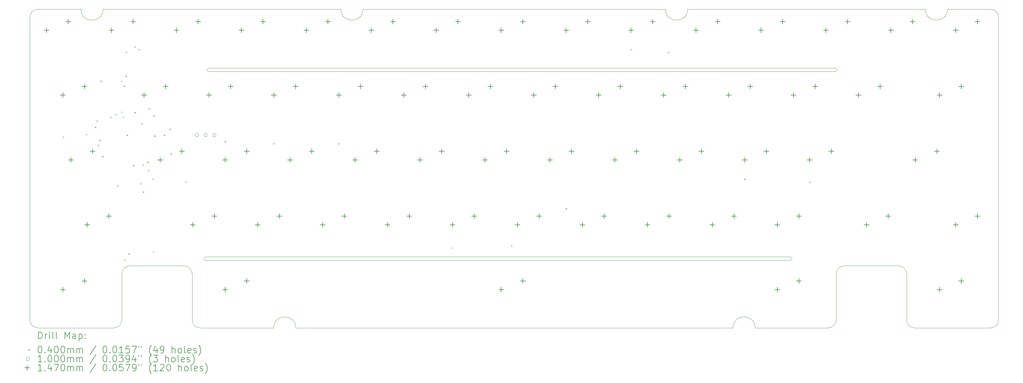
<source format=gbr>
%FSLAX45Y45*%
G04 Gerber Fmt 4.5, Leading zero omitted, Abs format (unit mm)*
G04 Created by KiCad (PCBNEW (6.0.1)) date 2022-02-20 01:23:16*
%MOMM*%
%LPD*%
G01*
G04 APERTURE LIST*
%TA.AperFunction,Profile*%
%ADD10C,0.100000*%
%TD*%
%ADD11C,0.200000*%
%ADD12C,0.040000*%
%ADD13C,0.100000*%
%ADD14C,0.147000*%
G04 APERTURE END LIST*
D10*
X9530254Y-17712000D02*
G75*
G03*
X9292129Y-17950125I0J-238125D01*
G01*
X28900000Y-17550000D02*
X11750000Y-17550000D01*
X33510000Y-10171375D02*
X33765000Y-10171375D01*
X25240000Y-10171375D02*
X25170000Y-10171375D01*
X30247129Y-19299500D02*
X30247129Y-17950125D01*
X27870000Y-19537625D02*
G75*
G03*
X27220000Y-19537625I-325000J0D01*
G01*
X13745000Y-19537625D02*
X13405000Y-19537625D01*
X16590000Y-10171375D02*
X25170000Y-10171375D01*
X9054004Y-19537625D02*
X8974629Y-19537625D01*
X11850000Y-12005000D02*
X30226000Y-12005000D01*
X7895000Y-10171375D02*
X8095000Y-10171375D01*
X11355879Y-17950125D02*
X11355879Y-19299500D01*
X6831504Y-10171375D02*
G75*
G03*
X6593379Y-10409500I0J-238125D01*
G01*
X32310879Y-19299500D02*
G75*
G03*
X32549004Y-19537625I238125J0D01*
G01*
X31225000Y-10171375D02*
X31805000Y-10171375D01*
X9292129Y-19299500D02*
X9292129Y-17950125D01*
X33765000Y-10171375D02*
X34771504Y-10171375D01*
X26035000Y-10171375D02*
X31225000Y-10171375D01*
X28200000Y-19537625D02*
X28205000Y-19537625D01*
X28321000Y-19537625D02*
X30009004Y-19537625D01*
X26035000Y-10171375D02*
X25890000Y-10171375D01*
X6593379Y-19299500D02*
X6593379Y-10409500D01*
X6593379Y-19299500D02*
G75*
G03*
X6831504Y-19537625I238125J0D01*
G01*
X14395000Y-19537625D02*
X27220000Y-19537625D01*
X9530254Y-17712000D02*
X11117754Y-17712000D01*
X34771504Y-19537625D02*
G75*
G03*
X35009629Y-19299500I0J238125D01*
G01*
X13335000Y-19537625D02*
X11594004Y-19537625D01*
X31805000Y-10171375D02*
X32525000Y-10171375D01*
X27870000Y-19537625D02*
X28200000Y-19537625D01*
X14395000Y-19537625D02*
G75*
G03*
X13745000Y-19537625I-325000J0D01*
G01*
X30226000Y-12005000D02*
G75*
G03*
X30226000Y-11905000I0J50000D01*
G01*
X32310879Y-17950125D02*
X32310879Y-19299500D01*
X30009004Y-19537625D02*
G75*
G03*
X30247129Y-19299500I0J238125D01*
G01*
X11750000Y-17450000D02*
G75*
G03*
X11750000Y-17550000I0J-50000D01*
G01*
X32525000Y-10171375D02*
X32860000Y-10171375D01*
X35009629Y-10409500D02*
X35009629Y-19299500D01*
X15715000Y-10171375D02*
G75*
G03*
X16365000Y-10171375I325000J0D01*
G01*
X28900000Y-17550000D02*
G75*
G03*
X28900000Y-17450000I0J50000D01*
G01*
X13405000Y-19537625D02*
X13335000Y-19537625D01*
X8095000Y-10171375D02*
G75*
G03*
X8745000Y-10171375I325000J0D01*
G01*
X32860000Y-10171375D02*
G75*
G03*
X33510000Y-10171375I325000J0D01*
G01*
X9054004Y-19537625D02*
G75*
G03*
X9292129Y-19299500I0J238125D01*
G01*
X8974629Y-19537625D02*
X6831504Y-19537625D01*
X35009629Y-10409500D02*
G75*
G03*
X34771504Y-10171375I-238125J0D01*
G01*
X28205000Y-19537625D02*
X28321000Y-19537625D01*
X7895000Y-10171375D02*
X6831504Y-10171375D01*
X30485254Y-17712000D02*
G75*
G03*
X30247129Y-17950125I0J-238125D01*
G01*
X30226000Y-11905000D02*
X11850000Y-11905000D01*
X32549004Y-19537625D02*
X34771504Y-19537625D01*
X8905000Y-10171375D02*
X15660000Y-10171375D01*
X16590000Y-10171375D02*
X16365000Y-10171375D01*
X11355879Y-17950125D02*
G75*
G03*
X11117754Y-17712000I-238125J0D01*
G01*
X11355879Y-19299500D02*
G75*
G03*
X11594004Y-19537625I238125J0D01*
G01*
X8745000Y-10171375D02*
X8905000Y-10171375D01*
X11750000Y-17450000D02*
X28900000Y-17450000D01*
X32072754Y-17712000D02*
X30485254Y-17712000D01*
X15715000Y-10171375D02*
X15660000Y-10171375D01*
X11850000Y-11905000D02*
G75*
G03*
X11850000Y-12005000I0J-50000D01*
G01*
X25240000Y-10171375D02*
G75*
G03*
X25890000Y-10171375I325000J0D01*
G01*
X32310879Y-17950125D02*
G75*
G03*
X32072754Y-17712000I-238125J0D01*
G01*
D11*
D12*
X7555254Y-13907500D02*
X7595254Y-13947500D01*
X7595254Y-13907500D02*
X7555254Y-13947500D01*
X8238254Y-13835050D02*
X8278254Y-13875050D01*
X8278254Y-13835050D02*
X8238254Y-13875050D01*
X8495754Y-13624500D02*
X8535754Y-13664500D01*
X8535754Y-13624500D02*
X8495754Y-13664500D01*
X8548254Y-13434500D02*
X8588254Y-13474500D01*
X8588254Y-13434500D02*
X8548254Y-13474500D01*
X8585754Y-14152000D02*
X8625754Y-14192000D01*
X8625754Y-14152000D02*
X8585754Y-14192000D01*
X8630754Y-14007099D02*
X8670754Y-14047099D01*
X8670754Y-14007099D02*
X8630754Y-14047099D01*
X8663254Y-12274500D02*
X8703254Y-12314500D01*
X8703254Y-12274500D02*
X8663254Y-12314500D01*
X8713254Y-14484500D02*
X8753254Y-14524500D01*
X8753254Y-14484500D02*
X8713254Y-14524500D01*
X8948254Y-13322000D02*
X8988254Y-13362000D01*
X8988254Y-13322000D02*
X8948254Y-13362000D01*
X9093254Y-13249500D02*
X9133254Y-13289500D01*
X9133254Y-13249500D02*
X9093254Y-13289500D01*
X9140754Y-15342000D02*
X9180754Y-15382000D01*
X9180754Y-15342000D02*
X9140754Y-15382000D01*
X9272129Y-12269625D02*
X9312129Y-12309625D01*
X9312129Y-12269625D02*
X9272129Y-12309625D01*
X9272129Y-13177050D02*
X9312129Y-13217050D01*
X9312129Y-13177050D02*
X9272129Y-13217050D01*
X9315296Y-13328542D02*
X9355296Y-13368542D01*
X9355296Y-13328542D02*
X9315296Y-13368542D01*
X9344579Y-12415730D02*
X9384579Y-12455730D01*
X9384579Y-12415730D02*
X9344579Y-12455730D01*
X9358254Y-17522000D02*
X9398254Y-17562000D01*
X9398254Y-17522000D02*
X9358254Y-17562000D01*
X9399254Y-12120500D02*
X9439254Y-12160500D01*
X9439254Y-12120500D02*
X9399254Y-12160500D01*
X9403254Y-11418500D02*
X9443254Y-11458500D01*
X9443254Y-11418500D02*
X9403254Y-11458500D01*
X9428879Y-13855125D02*
X9468879Y-13895125D01*
X9468879Y-13855125D02*
X9428879Y-13895125D01*
X9483254Y-17337500D02*
X9523254Y-17377500D01*
X9523254Y-17337500D02*
X9483254Y-17377500D01*
X9614065Y-14743546D02*
X9654065Y-14783546D01*
X9654065Y-14743546D02*
X9614065Y-14783546D01*
X9656412Y-11261342D02*
X9696412Y-11301342D01*
X9696412Y-11261342D02*
X9656412Y-11301342D01*
X9658254Y-13194500D02*
X9698254Y-13234500D01*
X9698254Y-13194500D02*
X9658254Y-13234500D01*
X9775254Y-11333792D02*
X9815254Y-11373792D01*
X9815254Y-11333792D02*
X9775254Y-11373792D01*
X9825813Y-15277990D02*
X9865813Y-15317990D01*
X9865813Y-15277990D02*
X9825813Y-15317990D01*
X9863254Y-13509500D02*
X9903254Y-13549500D01*
X9903254Y-13509500D02*
X9863254Y-13549500D01*
X9905129Y-14728250D02*
X9945129Y-14768250D01*
X9945129Y-14728250D02*
X9905129Y-14768250D01*
X9905129Y-15522000D02*
X9945129Y-15562000D01*
X9945129Y-15522000D02*
X9905129Y-15562000D01*
X10033254Y-14644500D02*
X10073254Y-14684500D01*
X10073254Y-14644500D02*
X10033254Y-14684500D01*
X10054254Y-14892500D02*
X10094254Y-14932500D01*
X10094254Y-14892500D02*
X10054254Y-14932500D01*
X10073254Y-13074500D02*
X10113254Y-13114500D01*
X10113254Y-13074500D02*
X10073254Y-13114500D01*
X10180254Y-15143792D02*
X10220254Y-15183792D01*
X10220254Y-15143792D02*
X10180254Y-15183792D01*
X10203254Y-17292500D02*
X10243254Y-17332500D01*
X10243254Y-17292500D02*
X10203254Y-17332500D01*
X10213254Y-13289500D02*
X10253254Y-13329500D01*
X10253254Y-13289500D02*
X10213254Y-13329500D01*
X10234641Y-13879450D02*
X10274641Y-13919450D01*
X10274641Y-13879450D02*
X10234641Y-13919450D01*
X10523254Y-13854500D02*
X10563254Y-13894500D01*
X10563254Y-13854500D02*
X10523254Y-13894500D01*
X10687052Y-13679450D02*
X10727052Y-13719450D01*
X10727052Y-13679450D02*
X10687052Y-13719450D01*
X10719254Y-14400500D02*
X10759254Y-14440500D01*
X10759254Y-14400500D02*
X10719254Y-14440500D01*
X11157254Y-15229500D02*
X11197254Y-15269500D01*
X11197254Y-15229500D02*
X11157254Y-15269500D01*
X12304254Y-14043500D02*
X12344254Y-14083500D01*
X12344254Y-14043500D02*
X12304254Y-14083500D01*
X13733004Y-14104250D02*
X13773004Y-14144250D01*
X13773004Y-14104250D02*
X13733004Y-14144250D01*
X15638004Y-14104250D02*
X15678004Y-14144250D01*
X15678004Y-14104250D02*
X15638004Y-14144250D01*
X18967254Y-17163500D02*
X19007254Y-17203500D01*
X19007254Y-17163500D02*
X18967254Y-17203500D01*
X20707500Y-17107500D02*
X20747500Y-17147500D01*
X20747500Y-17107500D02*
X20707500Y-17147500D01*
X22308504Y-16012250D02*
X22348504Y-16052250D01*
X22348504Y-16012250D02*
X22308504Y-16052250D01*
X24210504Y-11333792D02*
X24250504Y-11373792D01*
X24250504Y-11333792D02*
X24210504Y-11373792D01*
X25306830Y-11420075D02*
X25346830Y-11460075D01*
X25346830Y-11420075D02*
X25306830Y-11460075D01*
X27544254Y-15143792D02*
X27584254Y-15183792D01*
X27584254Y-15143792D02*
X27544254Y-15183792D01*
X29451254Y-15235500D02*
X29491254Y-15275500D01*
X29491254Y-15235500D02*
X29451254Y-15275500D01*
D13*
X11548254Y-13875125D02*
G75*
G03*
X11548254Y-13875125I-50000J0D01*
G01*
X11802254Y-13875125D02*
G75*
G03*
X11802254Y-13875125I-50000J0D01*
G01*
X12056254Y-13875125D02*
G75*
G03*
X12056254Y-13875125I-50000J0D01*
G01*
D14*
X7085504Y-10717000D02*
X7085504Y-10864000D01*
X7012004Y-10790500D02*
X7159004Y-10790500D01*
X7561754Y-12622000D02*
X7561754Y-12769000D01*
X7488254Y-12695500D02*
X7635254Y-12695500D01*
X7561754Y-18337000D02*
X7561754Y-18484000D01*
X7488254Y-18410500D02*
X7635254Y-18410500D01*
X7720504Y-10463000D02*
X7720504Y-10610000D01*
X7647004Y-10536500D02*
X7794004Y-10536500D01*
X7799879Y-14527000D02*
X7799879Y-14674000D01*
X7726379Y-14600500D02*
X7873379Y-14600500D01*
X8196754Y-12368000D02*
X8196754Y-12515000D01*
X8123254Y-12441500D02*
X8270254Y-12441500D01*
X8196754Y-18083000D02*
X8196754Y-18230000D01*
X8123254Y-18156500D02*
X8270254Y-18156500D01*
X8276129Y-16432000D02*
X8276129Y-16579000D01*
X8202629Y-16505500D02*
X8349629Y-16505500D01*
X8434879Y-14273000D02*
X8434879Y-14420000D01*
X8361379Y-14346500D02*
X8508379Y-14346500D01*
X8911129Y-16178000D02*
X8911129Y-16325000D01*
X8837629Y-16251500D02*
X8984629Y-16251500D01*
X8990504Y-10717000D02*
X8990504Y-10864000D01*
X8917004Y-10790500D02*
X9064004Y-10790500D01*
X9625504Y-10463000D02*
X9625504Y-10610000D01*
X9552004Y-10536500D02*
X9699004Y-10536500D01*
X9943004Y-12622000D02*
X9943004Y-12769000D01*
X9869504Y-12695500D02*
X10016504Y-12695500D01*
X10419254Y-14527000D02*
X10419254Y-14674000D01*
X10345754Y-14600500D02*
X10492754Y-14600500D01*
X10578004Y-12368000D02*
X10578004Y-12515000D01*
X10504504Y-12441500D02*
X10651504Y-12441500D01*
X10895504Y-10717000D02*
X10895504Y-10864000D01*
X10822004Y-10790500D02*
X10969004Y-10790500D01*
X11054254Y-14273000D02*
X11054254Y-14420000D01*
X10980754Y-14346500D02*
X11127754Y-14346500D01*
X11371754Y-16432000D02*
X11371754Y-16579000D01*
X11298254Y-16505500D02*
X11445254Y-16505500D01*
X11530504Y-10463000D02*
X11530504Y-10610000D01*
X11457004Y-10536500D02*
X11604004Y-10536500D01*
X11848004Y-12622000D02*
X11848004Y-12769000D01*
X11774504Y-12695500D02*
X11921504Y-12695500D01*
X12006754Y-16178000D02*
X12006754Y-16325000D01*
X11933254Y-16251500D02*
X12080254Y-16251500D01*
X12324254Y-14527000D02*
X12324254Y-14674000D01*
X12250754Y-14600500D02*
X12397754Y-14600500D01*
X12324254Y-18337000D02*
X12324254Y-18484000D01*
X12250754Y-18410500D02*
X12397754Y-18410500D01*
X12483004Y-12368000D02*
X12483004Y-12515000D01*
X12409504Y-12441500D02*
X12556504Y-12441500D01*
X12800504Y-10717000D02*
X12800504Y-10864000D01*
X12727004Y-10790500D02*
X12874004Y-10790500D01*
X12959254Y-14273000D02*
X12959254Y-14420000D01*
X12885754Y-14346500D02*
X13032754Y-14346500D01*
X12959254Y-18083000D02*
X12959254Y-18230000D01*
X12885754Y-18156500D02*
X13032754Y-18156500D01*
X13276754Y-16432000D02*
X13276754Y-16579000D01*
X13203254Y-16505500D02*
X13350254Y-16505500D01*
X13435504Y-10463000D02*
X13435504Y-10610000D01*
X13362004Y-10536500D02*
X13509004Y-10536500D01*
X13753004Y-12622000D02*
X13753004Y-12769000D01*
X13679504Y-12695500D02*
X13826504Y-12695500D01*
X13911754Y-16178000D02*
X13911754Y-16325000D01*
X13838254Y-16251500D02*
X13985254Y-16251500D01*
X14229254Y-14527000D02*
X14229254Y-14674000D01*
X14155754Y-14600500D02*
X14302754Y-14600500D01*
X14388004Y-12368000D02*
X14388004Y-12515000D01*
X14314504Y-12441500D02*
X14461504Y-12441500D01*
X14705504Y-10717000D02*
X14705504Y-10864000D01*
X14632004Y-10790500D02*
X14779004Y-10790500D01*
X14864254Y-14273000D02*
X14864254Y-14420000D01*
X14790754Y-14346500D02*
X14937754Y-14346500D01*
X15181754Y-16432000D02*
X15181754Y-16579000D01*
X15108254Y-16505500D02*
X15255254Y-16505500D01*
X15340504Y-10463000D02*
X15340504Y-10610000D01*
X15267004Y-10536500D02*
X15414004Y-10536500D01*
X15658004Y-12622000D02*
X15658004Y-12769000D01*
X15584504Y-12695500D02*
X15731504Y-12695500D01*
X15816754Y-16178000D02*
X15816754Y-16325000D01*
X15743254Y-16251500D02*
X15890254Y-16251500D01*
X16134254Y-14527000D02*
X16134254Y-14674000D01*
X16060754Y-14600500D02*
X16207754Y-14600500D01*
X16293004Y-12368000D02*
X16293004Y-12515000D01*
X16219504Y-12441500D02*
X16366504Y-12441500D01*
X16610504Y-10717000D02*
X16610504Y-10864000D01*
X16537004Y-10790500D02*
X16684004Y-10790500D01*
X16769254Y-14273000D02*
X16769254Y-14420000D01*
X16695754Y-14346500D02*
X16842754Y-14346500D01*
X17086754Y-16432000D02*
X17086754Y-16579000D01*
X17013254Y-16505500D02*
X17160254Y-16505500D01*
X17245504Y-10463000D02*
X17245504Y-10610000D01*
X17172004Y-10536500D02*
X17319004Y-10536500D01*
X17563004Y-12622000D02*
X17563004Y-12769000D01*
X17489504Y-12695500D02*
X17636504Y-12695500D01*
X17721754Y-16178000D02*
X17721754Y-16325000D01*
X17648254Y-16251500D02*
X17795254Y-16251500D01*
X18039254Y-14527000D02*
X18039254Y-14674000D01*
X17965754Y-14600500D02*
X18112754Y-14600500D01*
X18198004Y-12368000D02*
X18198004Y-12515000D01*
X18124504Y-12441500D02*
X18271504Y-12441500D01*
X18515504Y-10717000D02*
X18515504Y-10864000D01*
X18442004Y-10790500D02*
X18589004Y-10790500D01*
X18674254Y-14273000D02*
X18674254Y-14420000D01*
X18600754Y-14346500D02*
X18747754Y-14346500D01*
X18991754Y-16432000D02*
X18991754Y-16579000D01*
X18918254Y-16505500D02*
X19065254Y-16505500D01*
X19150504Y-10463000D02*
X19150504Y-10610000D01*
X19077004Y-10536500D02*
X19224004Y-10536500D01*
X19468004Y-12622000D02*
X19468004Y-12769000D01*
X19394504Y-12695500D02*
X19541504Y-12695500D01*
X19626754Y-16178000D02*
X19626754Y-16325000D01*
X19553254Y-16251500D02*
X19700254Y-16251500D01*
X19944254Y-14527000D02*
X19944254Y-14674000D01*
X19870754Y-14600500D02*
X20017754Y-14600500D01*
X20103004Y-12368000D02*
X20103004Y-12515000D01*
X20029504Y-12441500D02*
X20176504Y-12441500D01*
X20420504Y-10717000D02*
X20420504Y-10864000D01*
X20347004Y-10790500D02*
X20494004Y-10790500D01*
X20420504Y-18337000D02*
X20420504Y-18484000D01*
X20347004Y-18410500D02*
X20494004Y-18410500D01*
X20579254Y-14273000D02*
X20579254Y-14420000D01*
X20505754Y-14346500D02*
X20652754Y-14346500D01*
X20896754Y-16432000D02*
X20896754Y-16579000D01*
X20823254Y-16505500D02*
X20970254Y-16505500D01*
X21055504Y-10463000D02*
X21055504Y-10610000D01*
X20982004Y-10536500D02*
X21129004Y-10536500D01*
X21055504Y-18083000D02*
X21055504Y-18230000D01*
X20982004Y-18156500D02*
X21129004Y-18156500D01*
X21373004Y-12622000D02*
X21373004Y-12769000D01*
X21299504Y-12695500D02*
X21446504Y-12695500D01*
X21531754Y-16178000D02*
X21531754Y-16325000D01*
X21458254Y-16251500D02*
X21605254Y-16251500D01*
X21849254Y-14527000D02*
X21849254Y-14674000D01*
X21775754Y-14600500D02*
X21922754Y-14600500D01*
X22008004Y-12368000D02*
X22008004Y-12515000D01*
X21934504Y-12441500D02*
X22081504Y-12441500D01*
X22325504Y-10717000D02*
X22325504Y-10864000D01*
X22252004Y-10790500D02*
X22399004Y-10790500D01*
X22484254Y-14273000D02*
X22484254Y-14420000D01*
X22410754Y-14346500D02*
X22557754Y-14346500D01*
X22801754Y-16432000D02*
X22801754Y-16579000D01*
X22728254Y-16505500D02*
X22875254Y-16505500D01*
X22960504Y-10463000D02*
X22960504Y-10610000D01*
X22887004Y-10536500D02*
X23034004Y-10536500D01*
X23278004Y-12622000D02*
X23278004Y-12769000D01*
X23204504Y-12695500D02*
X23351504Y-12695500D01*
X23436754Y-16178000D02*
X23436754Y-16325000D01*
X23363254Y-16251500D02*
X23510254Y-16251500D01*
X23754254Y-14527000D02*
X23754254Y-14674000D01*
X23680754Y-14600500D02*
X23827754Y-14600500D01*
X23913004Y-12368000D02*
X23913004Y-12515000D01*
X23839504Y-12441500D02*
X23986504Y-12441500D01*
X24230504Y-10717000D02*
X24230504Y-10864000D01*
X24157004Y-10790500D02*
X24304004Y-10790500D01*
X24389254Y-14273000D02*
X24389254Y-14420000D01*
X24315754Y-14346500D02*
X24462754Y-14346500D01*
X24706754Y-16432000D02*
X24706754Y-16579000D01*
X24633254Y-16505500D02*
X24780254Y-16505500D01*
X24865504Y-10463000D02*
X24865504Y-10610000D01*
X24792004Y-10536500D02*
X24939004Y-10536500D01*
X25183004Y-12622000D02*
X25183004Y-12769000D01*
X25109504Y-12695500D02*
X25256504Y-12695500D01*
X25341754Y-16178000D02*
X25341754Y-16325000D01*
X25268254Y-16251500D02*
X25415254Y-16251500D01*
X25659254Y-14527000D02*
X25659254Y-14674000D01*
X25585754Y-14600500D02*
X25732754Y-14600500D01*
X25818004Y-12368000D02*
X25818004Y-12515000D01*
X25744504Y-12441500D02*
X25891504Y-12441500D01*
X26135504Y-10717000D02*
X26135504Y-10864000D01*
X26062004Y-10790500D02*
X26209004Y-10790500D01*
X26294254Y-14273000D02*
X26294254Y-14420000D01*
X26220754Y-14346500D02*
X26367754Y-14346500D01*
X26611754Y-16432000D02*
X26611754Y-16579000D01*
X26538254Y-16505500D02*
X26685254Y-16505500D01*
X26770504Y-10463000D02*
X26770504Y-10610000D01*
X26697004Y-10536500D02*
X26844004Y-10536500D01*
X27088004Y-12622000D02*
X27088004Y-12769000D01*
X27014504Y-12695500D02*
X27161504Y-12695500D01*
X27246754Y-16178000D02*
X27246754Y-16325000D01*
X27173254Y-16251500D02*
X27320254Y-16251500D01*
X27564254Y-14527000D02*
X27564254Y-14674000D01*
X27490754Y-14600500D02*
X27637754Y-14600500D01*
X27723004Y-12368000D02*
X27723004Y-12515000D01*
X27649504Y-12441500D02*
X27796504Y-12441500D01*
X28040504Y-10717000D02*
X28040504Y-10864000D01*
X27967004Y-10790500D02*
X28114004Y-10790500D01*
X28199254Y-14273000D02*
X28199254Y-14420000D01*
X28125754Y-14346500D02*
X28272754Y-14346500D01*
X28516754Y-16432000D02*
X28516754Y-16579000D01*
X28443254Y-16505500D02*
X28590254Y-16505500D01*
X28516754Y-18337000D02*
X28516754Y-18484000D01*
X28443254Y-18410500D02*
X28590254Y-18410500D01*
X28675504Y-10463000D02*
X28675504Y-10610000D01*
X28602004Y-10536500D02*
X28749004Y-10536500D01*
X28993004Y-12622000D02*
X28993004Y-12769000D01*
X28919504Y-12695500D02*
X29066504Y-12695500D01*
X29151754Y-16178000D02*
X29151754Y-16325000D01*
X29078254Y-16251500D02*
X29225254Y-16251500D01*
X29151754Y-18083000D02*
X29151754Y-18230000D01*
X29078254Y-18156500D02*
X29225254Y-18156500D01*
X29469254Y-14527000D02*
X29469254Y-14674000D01*
X29395754Y-14600500D02*
X29542754Y-14600500D01*
X29628004Y-12368000D02*
X29628004Y-12515000D01*
X29554504Y-12441500D02*
X29701504Y-12441500D01*
X29945504Y-10717000D02*
X29945504Y-10864000D01*
X29872004Y-10790500D02*
X30019004Y-10790500D01*
X30104254Y-14273000D02*
X30104254Y-14420000D01*
X30030754Y-14346500D02*
X30177754Y-14346500D01*
X30580504Y-10463000D02*
X30580504Y-10610000D01*
X30507004Y-10536500D02*
X30654004Y-10536500D01*
X30898004Y-12622000D02*
X30898004Y-12769000D01*
X30824504Y-12695500D02*
X30971504Y-12695500D01*
X31136129Y-16432000D02*
X31136129Y-16579000D01*
X31062629Y-16505500D02*
X31209629Y-16505500D01*
X31533004Y-12368000D02*
X31533004Y-12515000D01*
X31459504Y-12441500D02*
X31606504Y-12441500D01*
X31771129Y-16178000D02*
X31771129Y-16325000D01*
X31697629Y-16251500D02*
X31844629Y-16251500D01*
X31850504Y-10717000D02*
X31850504Y-10864000D01*
X31777004Y-10790500D02*
X31924004Y-10790500D01*
X32485504Y-10463000D02*
X32485504Y-10610000D01*
X32412004Y-10536500D02*
X32559004Y-10536500D01*
X32564879Y-14527000D02*
X32564879Y-14674000D01*
X32491379Y-14600500D02*
X32638379Y-14600500D01*
X33199879Y-14273000D02*
X33199879Y-14420000D01*
X33126379Y-14346500D02*
X33273379Y-14346500D01*
X33279254Y-12622000D02*
X33279254Y-12769000D01*
X33205754Y-12695500D02*
X33352754Y-12695500D01*
X33279254Y-18337000D02*
X33279254Y-18484000D01*
X33205754Y-18410500D02*
X33352754Y-18410500D01*
X33755504Y-10717000D02*
X33755504Y-10864000D01*
X33682004Y-10790500D02*
X33829004Y-10790500D01*
X33755504Y-16432000D02*
X33755504Y-16579000D01*
X33682004Y-16505500D02*
X33829004Y-16505500D01*
X33914254Y-12368000D02*
X33914254Y-12515000D01*
X33840754Y-12441500D02*
X33987754Y-12441500D01*
X33914254Y-18083000D02*
X33914254Y-18230000D01*
X33840754Y-18156500D02*
X33987754Y-18156500D01*
X34390504Y-10463000D02*
X34390504Y-10610000D01*
X34317004Y-10536500D02*
X34464004Y-10536500D01*
X34390504Y-16178000D02*
X34390504Y-16325000D01*
X34317004Y-16251500D02*
X34464004Y-16251500D01*
D11*
X6845998Y-19853101D02*
X6845998Y-19653101D01*
X6893617Y-19653101D01*
X6922189Y-19662625D01*
X6941236Y-19681673D01*
X6950760Y-19700720D01*
X6960284Y-19738815D01*
X6960284Y-19767387D01*
X6950760Y-19805482D01*
X6941236Y-19824530D01*
X6922189Y-19843577D01*
X6893617Y-19853101D01*
X6845998Y-19853101D01*
X7045998Y-19853101D02*
X7045998Y-19719768D01*
X7045998Y-19757863D02*
X7055522Y-19738815D01*
X7065046Y-19729292D01*
X7084093Y-19719768D01*
X7103141Y-19719768D01*
X7169808Y-19853101D02*
X7169808Y-19719768D01*
X7169808Y-19653101D02*
X7160284Y-19662625D01*
X7169808Y-19672149D01*
X7179331Y-19662625D01*
X7169808Y-19653101D01*
X7169808Y-19672149D01*
X7293617Y-19853101D02*
X7274570Y-19843577D01*
X7265046Y-19824530D01*
X7265046Y-19653101D01*
X7398379Y-19853101D02*
X7379331Y-19843577D01*
X7369808Y-19824530D01*
X7369808Y-19653101D01*
X7626951Y-19853101D02*
X7626951Y-19653101D01*
X7693617Y-19795958D01*
X7760284Y-19653101D01*
X7760284Y-19853101D01*
X7941236Y-19853101D02*
X7941236Y-19748339D01*
X7931712Y-19729292D01*
X7912665Y-19719768D01*
X7874570Y-19719768D01*
X7855522Y-19729292D01*
X7941236Y-19843577D02*
X7922189Y-19853101D01*
X7874570Y-19853101D01*
X7855522Y-19843577D01*
X7845998Y-19824530D01*
X7845998Y-19805482D01*
X7855522Y-19786435D01*
X7874570Y-19776911D01*
X7922189Y-19776911D01*
X7941236Y-19767387D01*
X8036474Y-19719768D02*
X8036474Y-19919768D01*
X8036474Y-19729292D02*
X8055522Y-19719768D01*
X8093617Y-19719768D01*
X8112665Y-19729292D01*
X8122189Y-19738815D01*
X8131712Y-19757863D01*
X8131712Y-19815006D01*
X8122189Y-19834054D01*
X8112665Y-19843577D01*
X8093617Y-19853101D01*
X8055522Y-19853101D01*
X8036474Y-19843577D01*
X8217427Y-19834054D02*
X8226951Y-19843577D01*
X8217427Y-19853101D01*
X8207903Y-19843577D01*
X8217427Y-19834054D01*
X8217427Y-19853101D01*
X8217427Y-19729292D02*
X8226951Y-19738815D01*
X8217427Y-19748339D01*
X8207903Y-19738815D01*
X8217427Y-19729292D01*
X8217427Y-19748339D01*
D12*
X6548379Y-20162625D02*
X6588379Y-20202625D01*
X6588379Y-20162625D02*
X6548379Y-20202625D01*
D11*
X6884093Y-20073101D02*
X6903141Y-20073101D01*
X6922189Y-20082625D01*
X6931712Y-20092149D01*
X6941236Y-20111196D01*
X6950760Y-20149292D01*
X6950760Y-20196911D01*
X6941236Y-20235006D01*
X6931712Y-20254054D01*
X6922189Y-20263577D01*
X6903141Y-20273101D01*
X6884093Y-20273101D01*
X6865046Y-20263577D01*
X6855522Y-20254054D01*
X6845998Y-20235006D01*
X6836474Y-20196911D01*
X6836474Y-20149292D01*
X6845998Y-20111196D01*
X6855522Y-20092149D01*
X6865046Y-20082625D01*
X6884093Y-20073101D01*
X7036474Y-20254054D02*
X7045998Y-20263577D01*
X7036474Y-20273101D01*
X7026951Y-20263577D01*
X7036474Y-20254054D01*
X7036474Y-20273101D01*
X7217427Y-20139768D02*
X7217427Y-20273101D01*
X7169808Y-20063577D02*
X7122189Y-20206435D01*
X7245998Y-20206435D01*
X7360284Y-20073101D02*
X7379331Y-20073101D01*
X7398379Y-20082625D01*
X7407903Y-20092149D01*
X7417427Y-20111196D01*
X7426951Y-20149292D01*
X7426951Y-20196911D01*
X7417427Y-20235006D01*
X7407903Y-20254054D01*
X7398379Y-20263577D01*
X7379331Y-20273101D01*
X7360284Y-20273101D01*
X7341236Y-20263577D01*
X7331712Y-20254054D01*
X7322189Y-20235006D01*
X7312665Y-20196911D01*
X7312665Y-20149292D01*
X7322189Y-20111196D01*
X7331712Y-20092149D01*
X7341236Y-20082625D01*
X7360284Y-20073101D01*
X7550760Y-20073101D02*
X7569808Y-20073101D01*
X7588855Y-20082625D01*
X7598379Y-20092149D01*
X7607903Y-20111196D01*
X7617427Y-20149292D01*
X7617427Y-20196911D01*
X7607903Y-20235006D01*
X7598379Y-20254054D01*
X7588855Y-20263577D01*
X7569808Y-20273101D01*
X7550760Y-20273101D01*
X7531712Y-20263577D01*
X7522189Y-20254054D01*
X7512665Y-20235006D01*
X7503141Y-20196911D01*
X7503141Y-20149292D01*
X7512665Y-20111196D01*
X7522189Y-20092149D01*
X7531712Y-20082625D01*
X7550760Y-20073101D01*
X7703141Y-20273101D02*
X7703141Y-20139768D01*
X7703141Y-20158815D02*
X7712665Y-20149292D01*
X7731712Y-20139768D01*
X7760284Y-20139768D01*
X7779331Y-20149292D01*
X7788855Y-20168339D01*
X7788855Y-20273101D01*
X7788855Y-20168339D02*
X7798379Y-20149292D01*
X7817427Y-20139768D01*
X7845998Y-20139768D01*
X7865046Y-20149292D01*
X7874570Y-20168339D01*
X7874570Y-20273101D01*
X7969808Y-20273101D02*
X7969808Y-20139768D01*
X7969808Y-20158815D02*
X7979331Y-20149292D01*
X7998379Y-20139768D01*
X8026951Y-20139768D01*
X8045998Y-20149292D01*
X8055522Y-20168339D01*
X8055522Y-20273101D01*
X8055522Y-20168339D02*
X8065046Y-20149292D01*
X8084093Y-20139768D01*
X8112665Y-20139768D01*
X8131712Y-20149292D01*
X8141236Y-20168339D01*
X8141236Y-20273101D01*
X8531713Y-20063577D02*
X8360284Y-20320720D01*
X8788855Y-20073101D02*
X8807903Y-20073101D01*
X8826951Y-20082625D01*
X8836474Y-20092149D01*
X8845998Y-20111196D01*
X8855522Y-20149292D01*
X8855522Y-20196911D01*
X8845998Y-20235006D01*
X8836474Y-20254054D01*
X8826951Y-20263577D01*
X8807903Y-20273101D01*
X8788855Y-20273101D01*
X8769808Y-20263577D01*
X8760284Y-20254054D01*
X8750760Y-20235006D01*
X8741236Y-20196911D01*
X8741236Y-20149292D01*
X8750760Y-20111196D01*
X8760284Y-20092149D01*
X8769808Y-20082625D01*
X8788855Y-20073101D01*
X8941236Y-20254054D02*
X8950760Y-20263577D01*
X8941236Y-20273101D01*
X8931713Y-20263577D01*
X8941236Y-20254054D01*
X8941236Y-20273101D01*
X9074570Y-20073101D02*
X9093617Y-20073101D01*
X9112665Y-20082625D01*
X9122189Y-20092149D01*
X9131713Y-20111196D01*
X9141236Y-20149292D01*
X9141236Y-20196911D01*
X9131713Y-20235006D01*
X9122189Y-20254054D01*
X9112665Y-20263577D01*
X9093617Y-20273101D01*
X9074570Y-20273101D01*
X9055522Y-20263577D01*
X9045998Y-20254054D01*
X9036474Y-20235006D01*
X9026951Y-20196911D01*
X9026951Y-20149292D01*
X9036474Y-20111196D01*
X9045998Y-20092149D01*
X9055522Y-20082625D01*
X9074570Y-20073101D01*
X9331713Y-20273101D02*
X9217427Y-20273101D01*
X9274570Y-20273101D02*
X9274570Y-20073101D01*
X9255522Y-20101673D01*
X9236474Y-20120720D01*
X9217427Y-20130244D01*
X9512665Y-20073101D02*
X9417427Y-20073101D01*
X9407903Y-20168339D01*
X9417427Y-20158815D01*
X9436474Y-20149292D01*
X9484093Y-20149292D01*
X9503141Y-20158815D01*
X9512665Y-20168339D01*
X9522189Y-20187387D01*
X9522189Y-20235006D01*
X9512665Y-20254054D01*
X9503141Y-20263577D01*
X9484093Y-20273101D01*
X9436474Y-20273101D01*
X9417427Y-20263577D01*
X9407903Y-20254054D01*
X9588855Y-20073101D02*
X9722189Y-20073101D01*
X9636474Y-20273101D01*
X9788855Y-20073101D02*
X9788855Y-20111196D01*
X9865046Y-20073101D02*
X9865046Y-20111196D01*
X10160284Y-20349292D02*
X10150760Y-20339768D01*
X10131713Y-20311196D01*
X10122189Y-20292149D01*
X10112665Y-20263577D01*
X10103141Y-20215958D01*
X10103141Y-20177863D01*
X10112665Y-20130244D01*
X10122189Y-20101673D01*
X10131713Y-20082625D01*
X10150760Y-20054054D01*
X10160284Y-20044530D01*
X10322189Y-20139768D02*
X10322189Y-20273101D01*
X10274570Y-20063577D02*
X10226951Y-20206435D01*
X10350760Y-20206435D01*
X10436474Y-20273101D02*
X10474570Y-20273101D01*
X10493617Y-20263577D01*
X10503141Y-20254054D01*
X10522189Y-20225482D01*
X10531713Y-20187387D01*
X10531713Y-20111196D01*
X10522189Y-20092149D01*
X10512665Y-20082625D01*
X10493617Y-20073101D01*
X10455522Y-20073101D01*
X10436474Y-20082625D01*
X10426951Y-20092149D01*
X10417427Y-20111196D01*
X10417427Y-20158815D01*
X10426951Y-20177863D01*
X10436474Y-20187387D01*
X10455522Y-20196911D01*
X10493617Y-20196911D01*
X10512665Y-20187387D01*
X10522189Y-20177863D01*
X10531713Y-20158815D01*
X10769808Y-20273101D02*
X10769808Y-20073101D01*
X10855522Y-20273101D02*
X10855522Y-20168339D01*
X10845998Y-20149292D01*
X10826951Y-20139768D01*
X10798379Y-20139768D01*
X10779332Y-20149292D01*
X10769808Y-20158815D01*
X10979332Y-20273101D02*
X10960284Y-20263577D01*
X10950760Y-20254054D01*
X10941236Y-20235006D01*
X10941236Y-20177863D01*
X10950760Y-20158815D01*
X10960284Y-20149292D01*
X10979332Y-20139768D01*
X11007903Y-20139768D01*
X11026951Y-20149292D01*
X11036474Y-20158815D01*
X11045998Y-20177863D01*
X11045998Y-20235006D01*
X11036474Y-20254054D01*
X11026951Y-20263577D01*
X11007903Y-20273101D01*
X10979332Y-20273101D01*
X11160284Y-20273101D02*
X11141236Y-20263577D01*
X11131713Y-20244530D01*
X11131713Y-20073101D01*
X11312665Y-20263577D02*
X11293617Y-20273101D01*
X11255522Y-20273101D01*
X11236474Y-20263577D01*
X11226951Y-20244530D01*
X11226951Y-20168339D01*
X11236474Y-20149292D01*
X11255522Y-20139768D01*
X11293617Y-20139768D01*
X11312665Y-20149292D01*
X11322189Y-20168339D01*
X11322189Y-20187387D01*
X11226951Y-20206435D01*
X11398379Y-20263577D02*
X11417427Y-20273101D01*
X11455522Y-20273101D01*
X11474570Y-20263577D01*
X11484093Y-20244530D01*
X11484093Y-20235006D01*
X11474570Y-20215958D01*
X11455522Y-20206435D01*
X11426951Y-20206435D01*
X11407903Y-20196911D01*
X11398379Y-20177863D01*
X11398379Y-20168339D01*
X11407903Y-20149292D01*
X11426951Y-20139768D01*
X11455522Y-20139768D01*
X11474570Y-20149292D01*
X11550760Y-20349292D02*
X11560284Y-20339768D01*
X11579331Y-20311196D01*
X11588855Y-20292149D01*
X11598379Y-20263577D01*
X11607903Y-20215958D01*
X11607903Y-20177863D01*
X11598379Y-20130244D01*
X11588855Y-20101673D01*
X11579331Y-20082625D01*
X11560284Y-20054054D01*
X11550760Y-20044530D01*
D13*
X6588379Y-20446625D02*
G75*
G03*
X6588379Y-20446625I-50000J0D01*
G01*
D11*
X6950760Y-20537101D02*
X6836474Y-20537101D01*
X6893617Y-20537101D02*
X6893617Y-20337101D01*
X6874570Y-20365673D01*
X6855522Y-20384720D01*
X6836474Y-20394244D01*
X7036474Y-20518054D02*
X7045998Y-20527577D01*
X7036474Y-20537101D01*
X7026951Y-20527577D01*
X7036474Y-20518054D01*
X7036474Y-20537101D01*
X7169808Y-20337101D02*
X7188855Y-20337101D01*
X7207903Y-20346625D01*
X7217427Y-20356149D01*
X7226951Y-20375196D01*
X7236474Y-20413292D01*
X7236474Y-20460911D01*
X7226951Y-20499006D01*
X7217427Y-20518054D01*
X7207903Y-20527577D01*
X7188855Y-20537101D01*
X7169808Y-20537101D01*
X7150760Y-20527577D01*
X7141236Y-20518054D01*
X7131712Y-20499006D01*
X7122189Y-20460911D01*
X7122189Y-20413292D01*
X7131712Y-20375196D01*
X7141236Y-20356149D01*
X7150760Y-20346625D01*
X7169808Y-20337101D01*
X7360284Y-20337101D02*
X7379331Y-20337101D01*
X7398379Y-20346625D01*
X7407903Y-20356149D01*
X7417427Y-20375196D01*
X7426951Y-20413292D01*
X7426951Y-20460911D01*
X7417427Y-20499006D01*
X7407903Y-20518054D01*
X7398379Y-20527577D01*
X7379331Y-20537101D01*
X7360284Y-20537101D01*
X7341236Y-20527577D01*
X7331712Y-20518054D01*
X7322189Y-20499006D01*
X7312665Y-20460911D01*
X7312665Y-20413292D01*
X7322189Y-20375196D01*
X7331712Y-20356149D01*
X7341236Y-20346625D01*
X7360284Y-20337101D01*
X7550760Y-20337101D02*
X7569808Y-20337101D01*
X7588855Y-20346625D01*
X7598379Y-20356149D01*
X7607903Y-20375196D01*
X7617427Y-20413292D01*
X7617427Y-20460911D01*
X7607903Y-20499006D01*
X7598379Y-20518054D01*
X7588855Y-20527577D01*
X7569808Y-20537101D01*
X7550760Y-20537101D01*
X7531712Y-20527577D01*
X7522189Y-20518054D01*
X7512665Y-20499006D01*
X7503141Y-20460911D01*
X7503141Y-20413292D01*
X7512665Y-20375196D01*
X7522189Y-20356149D01*
X7531712Y-20346625D01*
X7550760Y-20337101D01*
X7703141Y-20537101D02*
X7703141Y-20403768D01*
X7703141Y-20422815D02*
X7712665Y-20413292D01*
X7731712Y-20403768D01*
X7760284Y-20403768D01*
X7779331Y-20413292D01*
X7788855Y-20432339D01*
X7788855Y-20537101D01*
X7788855Y-20432339D02*
X7798379Y-20413292D01*
X7817427Y-20403768D01*
X7845998Y-20403768D01*
X7865046Y-20413292D01*
X7874570Y-20432339D01*
X7874570Y-20537101D01*
X7969808Y-20537101D02*
X7969808Y-20403768D01*
X7969808Y-20422815D02*
X7979331Y-20413292D01*
X7998379Y-20403768D01*
X8026951Y-20403768D01*
X8045998Y-20413292D01*
X8055522Y-20432339D01*
X8055522Y-20537101D01*
X8055522Y-20432339D02*
X8065046Y-20413292D01*
X8084093Y-20403768D01*
X8112665Y-20403768D01*
X8131712Y-20413292D01*
X8141236Y-20432339D01*
X8141236Y-20537101D01*
X8531713Y-20327577D02*
X8360284Y-20584720D01*
X8788855Y-20337101D02*
X8807903Y-20337101D01*
X8826951Y-20346625D01*
X8836474Y-20356149D01*
X8845998Y-20375196D01*
X8855522Y-20413292D01*
X8855522Y-20460911D01*
X8845998Y-20499006D01*
X8836474Y-20518054D01*
X8826951Y-20527577D01*
X8807903Y-20537101D01*
X8788855Y-20537101D01*
X8769808Y-20527577D01*
X8760284Y-20518054D01*
X8750760Y-20499006D01*
X8741236Y-20460911D01*
X8741236Y-20413292D01*
X8750760Y-20375196D01*
X8760284Y-20356149D01*
X8769808Y-20346625D01*
X8788855Y-20337101D01*
X8941236Y-20518054D02*
X8950760Y-20527577D01*
X8941236Y-20537101D01*
X8931713Y-20527577D01*
X8941236Y-20518054D01*
X8941236Y-20537101D01*
X9074570Y-20337101D02*
X9093617Y-20337101D01*
X9112665Y-20346625D01*
X9122189Y-20356149D01*
X9131713Y-20375196D01*
X9141236Y-20413292D01*
X9141236Y-20460911D01*
X9131713Y-20499006D01*
X9122189Y-20518054D01*
X9112665Y-20527577D01*
X9093617Y-20537101D01*
X9074570Y-20537101D01*
X9055522Y-20527577D01*
X9045998Y-20518054D01*
X9036474Y-20499006D01*
X9026951Y-20460911D01*
X9026951Y-20413292D01*
X9036474Y-20375196D01*
X9045998Y-20356149D01*
X9055522Y-20346625D01*
X9074570Y-20337101D01*
X9207903Y-20337101D02*
X9331713Y-20337101D01*
X9265046Y-20413292D01*
X9293617Y-20413292D01*
X9312665Y-20422815D01*
X9322189Y-20432339D01*
X9331713Y-20451387D01*
X9331713Y-20499006D01*
X9322189Y-20518054D01*
X9312665Y-20527577D01*
X9293617Y-20537101D01*
X9236474Y-20537101D01*
X9217427Y-20527577D01*
X9207903Y-20518054D01*
X9426951Y-20537101D02*
X9465046Y-20537101D01*
X9484093Y-20527577D01*
X9493617Y-20518054D01*
X9512665Y-20489482D01*
X9522189Y-20451387D01*
X9522189Y-20375196D01*
X9512665Y-20356149D01*
X9503141Y-20346625D01*
X9484093Y-20337101D01*
X9445998Y-20337101D01*
X9426951Y-20346625D01*
X9417427Y-20356149D01*
X9407903Y-20375196D01*
X9407903Y-20422815D01*
X9417427Y-20441863D01*
X9426951Y-20451387D01*
X9445998Y-20460911D01*
X9484093Y-20460911D01*
X9503141Y-20451387D01*
X9512665Y-20441863D01*
X9522189Y-20422815D01*
X9693617Y-20403768D02*
X9693617Y-20537101D01*
X9645998Y-20327577D02*
X9598379Y-20470435D01*
X9722189Y-20470435D01*
X9788855Y-20337101D02*
X9788855Y-20375196D01*
X9865046Y-20337101D02*
X9865046Y-20375196D01*
X10160284Y-20613292D02*
X10150760Y-20603768D01*
X10131713Y-20575196D01*
X10122189Y-20556149D01*
X10112665Y-20527577D01*
X10103141Y-20479958D01*
X10103141Y-20441863D01*
X10112665Y-20394244D01*
X10122189Y-20365673D01*
X10131713Y-20346625D01*
X10150760Y-20318054D01*
X10160284Y-20308530D01*
X10217427Y-20337101D02*
X10341236Y-20337101D01*
X10274570Y-20413292D01*
X10303141Y-20413292D01*
X10322189Y-20422815D01*
X10331713Y-20432339D01*
X10341236Y-20451387D01*
X10341236Y-20499006D01*
X10331713Y-20518054D01*
X10322189Y-20527577D01*
X10303141Y-20537101D01*
X10245998Y-20537101D01*
X10226951Y-20527577D01*
X10217427Y-20518054D01*
X10579332Y-20537101D02*
X10579332Y-20337101D01*
X10665046Y-20537101D02*
X10665046Y-20432339D01*
X10655522Y-20413292D01*
X10636474Y-20403768D01*
X10607903Y-20403768D01*
X10588855Y-20413292D01*
X10579332Y-20422815D01*
X10788855Y-20537101D02*
X10769808Y-20527577D01*
X10760284Y-20518054D01*
X10750760Y-20499006D01*
X10750760Y-20441863D01*
X10760284Y-20422815D01*
X10769808Y-20413292D01*
X10788855Y-20403768D01*
X10817427Y-20403768D01*
X10836474Y-20413292D01*
X10845998Y-20422815D01*
X10855522Y-20441863D01*
X10855522Y-20499006D01*
X10845998Y-20518054D01*
X10836474Y-20527577D01*
X10817427Y-20537101D01*
X10788855Y-20537101D01*
X10969808Y-20537101D02*
X10950760Y-20527577D01*
X10941236Y-20508530D01*
X10941236Y-20337101D01*
X11122189Y-20527577D02*
X11103141Y-20537101D01*
X11065046Y-20537101D01*
X11045998Y-20527577D01*
X11036474Y-20508530D01*
X11036474Y-20432339D01*
X11045998Y-20413292D01*
X11065046Y-20403768D01*
X11103141Y-20403768D01*
X11122189Y-20413292D01*
X11131713Y-20432339D01*
X11131713Y-20451387D01*
X11036474Y-20470435D01*
X11207903Y-20527577D02*
X11226951Y-20537101D01*
X11265046Y-20537101D01*
X11284093Y-20527577D01*
X11293617Y-20508530D01*
X11293617Y-20499006D01*
X11284093Y-20479958D01*
X11265046Y-20470435D01*
X11236474Y-20470435D01*
X11217427Y-20460911D01*
X11207903Y-20441863D01*
X11207903Y-20432339D01*
X11217427Y-20413292D01*
X11236474Y-20403768D01*
X11265046Y-20403768D01*
X11284093Y-20413292D01*
X11360284Y-20613292D02*
X11369808Y-20603768D01*
X11388855Y-20575196D01*
X11398379Y-20556149D01*
X11407903Y-20527577D01*
X11417427Y-20479958D01*
X11417427Y-20441863D01*
X11407903Y-20394244D01*
X11398379Y-20365673D01*
X11388855Y-20346625D01*
X11369808Y-20318054D01*
X11360284Y-20308530D01*
D14*
X6514879Y-20637125D02*
X6514879Y-20784125D01*
X6441379Y-20710625D02*
X6588379Y-20710625D01*
D11*
X6950760Y-20801101D02*
X6836474Y-20801101D01*
X6893617Y-20801101D02*
X6893617Y-20601101D01*
X6874570Y-20629673D01*
X6855522Y-20648720D01*
X6836474Y-20658244D01*
X7036474Y-20782054D02*
X7045998Y-20791577D01*
X7036474Y-20801101D01*
X7026951Y-20791577D01*
X7036474Y-20782054D01*
X7036474Y-20801101D01*
X7217427Y-20667768D02*
X7217427Y-20801101D01*
X7169808Y-20591577D02*
X7122189Y-20734435D01*
X7245998Y-20734435D01*
X7303141Y-20601101D02*
X7436474Y-20601101D01*
X7350760Y-20801101D01*
X7550760Y-20601101D02*
X7569808Y-20601101D01*
X7588855Y-20610625D01*
X7598379Y-20620149D01*
X7607903Y-20639196D01*
X7617427Y-20677292D01*
X7617427Y-20724911D01*
X7607903Y-20763006D01*
X7598379Y-20782054D01*
X7588855Y-20791577D01*
X7569808Y-20801101D01*
X7550760Y-20801101D01*
X7531712Y-20791577D01*
X7522189Y-20782054D01*
X7512665Y-20763006D01*
X7503141Y-20724911D01*
X7503141Y-20677292D01*
X7512665Y-20639196D01*
X7522189Y-20620149D01*
X7531712Y-20610625D01*
X7550760Y-20601101D01*
X7703141Y-20801101D02*
X7703141Y-20667768D01*
X7703141Y-20686815D02*
X7712665Y-20677292D01*
X7731712Y-20667768D01*
X7760284Y-20667768D01*
X7779331Y-20677292D01*
X7788855Y-20696339D01*
X7788855Y-20801101D01*
X7788855Y-20696339D02*
X7798379Y-20677292D01*
X7817427Y-20667768D01*
X7845998Y-20667768D01*
X7865046Y-20677292D01*
X7874570Y-20696339D01*
X7874570Y-20801101D01*
X7969808Y-20801101D02*
X7969808Y-20667768D01*
X7969808Y-20686815D02*
X7979331Y-20677292D01*
X7998379Y-20667768D01*
X8026951Y-20667768D01*
X8045998Y-20677292D01*
X8055522Y-20696339D01*
X8055522Y-20801101D01*
X8055522Y-20696339D02*
X8065046Y-20677292D01*
X8084093Y-20667768D01*
X8112665Y-20667768D01*
X8131712Y-20677292D01*
X8141236Y-20696339D01*
X8141236Y-20801101D01*
X8531713Y-20591577D02*
X8360284Y-20848720D01*
X8788855Y-20601101D02*
X8807903Y-20601101D01*
X8826951Y-20610625D01*
X8836474Y-20620149D01*
X8845998Y-20639196D01*
X8855522Y-20677292D01*
X8855522Y-20724911D01*
X8845998Y-20763006D01*
X8836474Y-20782054D01*
X8826951Y-20791577D01*
X8807903Y-20801101D01*
X8788855Y-20801101D01*
X8769808Y-20791577D01*
X8760284Y-20782054D01*
X8750760Y-20763006D01*
X8741236Y-20724911D01*
X8741236Y-20677292D01*
X8750760Y-20639196D01*
X8760284Y-20620149D01*
X8769808Y-20610625D01*
X8788855Y-20601101D01*
X8941236Y-20782054D02*
X8950760Y-20791577D01*
X8941236Y-20801101D01*
X8931713Y-20791577D01*
X8941236Y-20782054D01*
X8941236Y-20801101D01*
X9074570Y-20601101D02*
X9093617Y-20601101D01*
X9112665Y-20610625D01*
X9122189Y-20620149D01*
X9131713Y-20639196D01*
X9141236Y-20677292D01*
X9141236Y-20724911D01*
X9131713Y-20763006D01*
X9122189Y-20782054D01*
X9112665Y-20791577D01*
X9093617Y-20801101D01*
X9074570Y-20801101D01*
X9055522Y-20791577D01*
X9045998Y-20782054D01*
X9036474Y-20763006D01*
X9026951Y-20724911D01*
X9026951Y-20677292D01*
X9036474Y-20639196D01*
X9045998Y-20620149D01*
X9055522Y-20610625D01*
X9074570Y-20601101D01*
X9322189Y-20601101D02*
X9226951Y-20601101D01*
X9217427Y-20696339D01*
X9226951Y-20686815D01*
X9245998Y-20677292D01*
X9293617Y-20677292D01*
X9312665Y-20686815D01*
X9322189Y-20696339D01*
X9331713Y-20715387D01*
X9331713Y-20763006D01*
X9322189Y-20782054D01*
X9312665Y-20791577D01*
X9293617Y-20801101D01*
X9245998Y-20801101D01*
X9226951Y-20791577D01*
X9217427Y-20782054D01*
X9398379Y-20601101D02*
X9531713Y-20601101D01*
X9445998Y-20801101D01*
X9617427Y-20801101D02*
X9655522Y-20801101D01*
X9674570Y-20791577D01*
X9684093Y-20782054D01*
X9703141Y-20753482D01*
X9712665Y-20715387D01*
X9712665Y-20639196D01*
X9703141Y-20620149D01*
X9693617Y-20610625D01*
X9674570Y-20601101D01*
X9636474Y-20601101D01*
X9617427Y-20610625D01*
X9607903Y-20620149D01*
X9598379Y-20639196D01*
X9598379Y-20686815D01*
X9607903Y-20705863D01*
X9617427Y-20715387D01*
X9636474Y-20724911D01*
X9674570Y-20724911D01*
X9693617Y-20715387D01*
X9703141Y-20705863D01*
X9712665Y-20686815D01*
X9788855Y-20601101D02*
X9788855Y-20639196D01*
X9865046Y-20601101D02*
X9865046Y-20639196D01*
X10160284Y-20877292D02*
X10150760Y-20867768D01*
X10131713Y-20839196D01*
X10122189Y-20820149D01*
X10112665Y-20791577D01*
X10103141Y-20743958D01*
X10103141Y-20705863D01*
X10112665Y-20658244D01*
X10122189Y-20629673D01*
X10131713Y-20610625D01*
X10150760Y-20582054D01*
X10160284Y-20572530D01*
X10341236Y-20801101D02*
X10226951Y-20801101D01*
X10284093Y-20801101D02*
X10284093Y-20601101D01*
X10265046Y-20629673D01*
X10245998Y-20648720D01*
X10226951Y-20658244D01*
X10417427Y-20620149D02*
X10426951Y-20610625D01*
X10445998Y-20601101D01*
X10493617Y-20601101D01*
X10512665Y-20610625D01*
X10522189Y-20620149D01*
X10531713Y-20639196D01*
X10531713Y-20658244D01*
X10522189Y-20686815D01*
X10407903Y-20801101D01*
X10531713Y-20801101D01*
X10655522Y-20601101D02*
X10674570Y-20601101D01*
X10693617Y-20610625D01*
X10703141Y-20620149D01*
X10712665Y-20639196D01*
X10722189Y-20677292D01*
X10722189Y-20724911D01*
X10712665Y-20763006D01*
X10703141Y-20782054D01*
X10693617Y-20791577D01*
X10674570Y-20801101D01*
X10655522Y-20801101D01*
X10636474Y-20791577D01*
X10626951Y-20782054D01*
X10617427Y-20763006D01*
X10607903Y-20724911D01*
X10607903Y-20677292D01*
X10617427Y-20639196D01*
X10626951Y-20620149D01*
X10636474Y-20610625D01*
X10655522Y-20601101D01*
X10960284Y-20801101D02*
X10960284Y-20601101D01*
X11045998Y-20801101D02*
X11045998Y-20696339D01*
X11036474Y-20677292D01*
X11017427Y-20667768D01*
X10988855Y-20667768D01*
X10969808Y-20677292D01*
X10960284Y-20686815D01*
X11169808Y-20801101D02*
X11150760Y-20791577D01*
X11141236Y-20782054D01*
X11131713Y-20763006D01*
X11131713Y-20705863D01*
X11141236Y-20686815D01*
X11150760Y-20677292D01*
X11169808Y-20667768D01*
X11198379Y-20667768D01*
X11217427Y-20677292D01*
X11226951Y-20686815D01*
X11236474Y-20705863D01*
X11236474Y-20763006D01*
X11226951Y-20782054D01*
X11217427Y-20791577D01*
X11198379Y-20801101D01*
X11169808Y-20801101D01*
X11350760Y-20801101D02*
X11331712Y-20791577D01*
X11322189Y-20772530D01*
X11322189Y-20601101D01*
X11503141Y-20791577D02*
X11484093Y-20801101D01*
X11445998Y-20801101D01*
X11426951Y-20791577D01*
X11417427Y-20772530D01*
X11417427Y-20696339D01*
X11426951Y-20677292D01*
X11445998Y-20667768D01*
X11484093Y-20667768D01*
X11503141Y-20677292D01*
X11512665Y-20696339D01*
X11512665Y-20715387D01*
X11417427Y-20734435D01*
X11588855Y-20791577D02*
X11607903Y-20801101D01*
X11645998Y-20801101D01*
X11665046Y-20791577D01*
X11674570Y-20772530D01*
X11674570Y-20763006D01*
X11665046Y-20743958D01*
X11645998Y-20734435D01*
X11617427Y-20734435D01*
X11598379Y-20724911D01*
X11588855Y-20705863D01*
X11588855Y-20696339D01*
X11598379Y-20677292D01*
X11617427Y-20667768D01*
X11645998Y-20667768D01*
X11665046Y-20677292D01*
X11741236Y-20877292D02*
X11750760Y-20867768D01*
X11769808Y-20839196D01*
X11779331Y-20820149D01*
X11788855Y-20791577D01*
X11798379Y-20743958D01*
X11798379Y-20705863D01*
X11788855Y-20658244D01*
X11779331Y-20629673D01*
X11769808Y-20610625D01*
X11750760Y-20582054D01*
X11741236Y-20572530D01*
M02*

</source>
